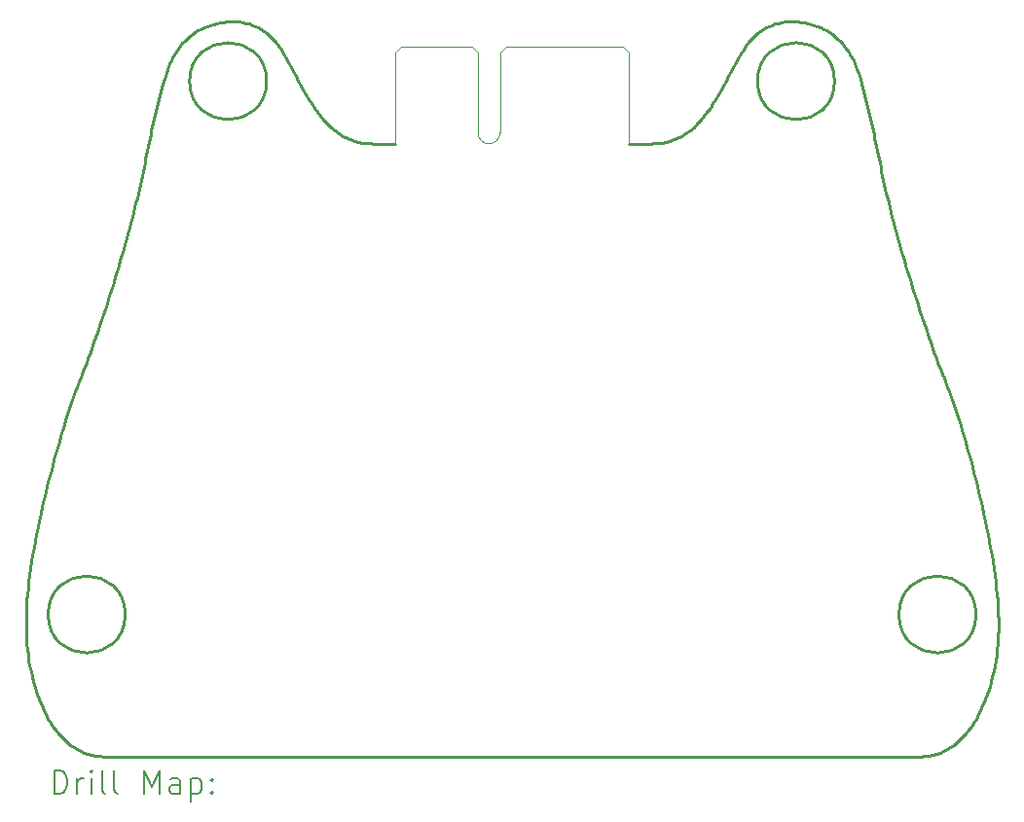
<source format=gbr>
%TF.GenerationSoftware,KiCad,Pcbnew,8.0.7*%
%TF.CreationDate,2024-12-09T10:58:11-05:00*%
%TF.ProjectId,template,74656d70-6c61-4746-952e-6b696361645f,rev?*%
%TF.SameCoordinates,Original*%
%TF.FileFunction,Drillmap*%
%TF.FilePolarity,Positive*%
%FSLAX45Y45*%
G04 Gerber Fmt 4.5, Leading zero omitted, Abs format (unit mm)*
G04 Created by KiCad (PCBNEW 8.0.7) date 2024-12-09 10:58:11*
%MOMM*%
%LPD*%
G01*
G04 APERTURE LIST*
%ADD10C,0.250000*%
%ADD11C,0.100000*%
%ADD12C,0.200000*%
G04 APERTURE END LIST*
D10*
X11276330Y-11006860D02*
G75*
G02*
X10606331Y-11006860I-335000J0D01*
G01*
X10606331Y-11006860D02*
G75*
G02*
X11276330Y-11006860I335000J0D01*
G01*
X11613935Y-6348037D02*
X11603829Y-6382632D01*
X11594086Y-6417065D01*
X11584681Y-6451363D01*
X11575590Y-6485552D01*
X11566787Y-6519659D01*
X11558248Y-6553710D01*
X11549947Y-6587732D01*
X11541860Y-6621750D01*
X11533963Y-6655792D01*
X11526229Y-6689883D01*
X11518635Y-6724051D01*
X11511155Y-6758321D01*
X11503764Y-6792720D01*
X11496438Y-6827274D01*
X11489152Y-6862010D01*
X11481880Y-6896955D01*
X11474599Y-6932134D01*
X11467282Y-6967574D01*
X11459906Y-7003301D01*
X11452445Y-7039342D01*
X11444874Y-7075723D01*
X11437169Y-7112471D01*
X11429304Y-7149612D01*
X11421255Y-7187173D01*
X11412997Y-7225179D01*
X11404506Y-7263657D01*
X11395755Y-7302635D01*
X11386720Y-7342137D01*
X11377377Y-7382191D01*
X11367700Y-7422822D01*
X11357665Y-7464058D01*
X11347247Y-7505925D01*
X17446331Y-6364859D02*
G75*
G02*
X16776330Y-6364859I-335000J0D01*
G01*
X16776330Y-6364859D02*
G75*
G02*
X17446331Y-6364859I335000J0D01*
G01*
X18384826Y-8919416D02*
X18395836Y-8947517D01*
X18406699Y-8975042D01*
X18417515Y-9002463D01*
X18428383Y-9030251D01*
X18439404Y-9058877D01*
X18450678Y-9088811D01*
X18459360Y-9112403D01*
X18468284Y-9137195D01*
X18474388Y-9154488D01*
X17581812Y-6128848D02*
X17595925Y-6154379D01*
X17608842Y-6180707D01*
X17620697Y-6207701D01*
X17631623Y-6235228D01*
X17641755Y-6263157D01*
X17651227Y-6291356D01*
X17660173Y-6319693D01*
X17668726Y-6348037D01*
X10420022Y-10883363D02*
X10418162Y-10908793D01*
X10416543Y-10933904D01*
X10414566Y-10971004D01*
X10413133Y-11007475D01*
X10412242Y-11043373D01*
X10411893Y-11078753D01*
X10412087Y-11113670D01*
X10412823Y-11148180D01*
X10414101Y-11182337D01*
X10415921Y-11216197D01*
X10418283Y-11249816D01*
X10419191Y-11260978D01*
X18862639Y-10883363D02*
X18864499Y-10908793D01*
X18866118Y-10933904D01*
X18868095Y-10971004D01*
X18869528Y-11007475D01*
X18870419Y-11043373D01*
X18870768Y-11078753D01*
X18870574Y-11113670D01*
X18869838Y-11148180D01*
X18868560Y-11182337D01*
X18866740Y-11216197D01*
X18864378Y-11249816D01*
X18863470Y-11260978D01*
X10419191Y-11260978D02*
X10423874Y-11309628D01*
X10429703Y-11357847D01*
X10436667Y-11405563D01*
X10444757Y-11452701D01*
X10453964Y-11499190D01*
X10464277Y-11544956D01*
X10475687Y-11589926D01*
X10488184Y-11634026D01*
X10501759Y-11677185D01*
X10516402Y-11719329D01*
X10532103Y-11760384D01*
X10548853Y-11800279D01*
X10566643Y-11838939D01*
X10585461Y-11876292D01*
X10605300Y-11912264D01*
X10626148Y-11946784D01*
X10647997Y-11979777D01*
X10670837Y-12011171D01*
X10694659Y-12040892D01*
X10719452Y-12068869D01*
X10745207Y-12095026D01*
X10771914Y-12119293D01*
X10799563Y-12141594D01*
X10828146Y-12161859D01*
X10857653Y-12180012D01*
X10888073Y-12195983D01*
X10919397Y-12209696D01*
X10951615Y-12221080D01*
X10984718Y-12230062D01*
X11018697Y-12236567D01*
X11053541Y-12240524D01*
X11089241Y-12241859D01*
X18474388Y-9154488D02*
X18486626Y-9189979D01*
X18499340Y-9227912D01*
X18512479Y-9268161D01*
X18525997Y-9310604D01*
X18539844Y-9355114D01*
X18553974Y-9401568D01*
X18568337Y-9449841D01*
X18582886Y-9499807D01*
X18597572Y-9551344D01*
X18612348Y-9604325D01*
X18627165Y-9658627D01*
X18641975Y-9714125D01*
X18656730Y-9770695D01*
X18671382Y-9828211D01*
X18685883Y-9886549D01*
X18700185Y-9945584D01*
X18714239Y-10005193D01*
X18727998Y-10065250D01*
X18741413Y-10125631D01*
X18754436Y-10186211D01*
X18767020Y-10246866D01*
X18779115Y-10307470D01*
X18790674Y-10367901D01*
X18801649Y-10428032D01*
X18811991Y-10487739D01*
X18821653Y-10546898D01*
X18830586Y-10605385D01*
X18838743Y-10663074D01*
X18846075Y-10719840D01*
X18852533Y-10775561D01*
X18858071Y-10830110D01*
X18862639Y-10883363D01*
X18676331Y-11006860D02*
G75*
G02*
X18006331Y-11006860I-335000J0D01*
G01*
X18006331Y-11006860D02*
G75*
G02*
X18676331Y-11006860I335000J0D01*
G01*
X16778411Y-5946064D02*
X16801602Y-5928287D01*
X16825641Y-5912283D01*
X16850454Y-5898025D01*
X16875970Y-5885489D01*
X16902116Y-5874649D01*
X16928820Y-5865478D01*
X16956009Y-5857952D01*
X16983611Y-5852043D01*
X17011554Y-5847728D01*
X17039765Y-5844979D01*
X17068172Y-5843771D01*
X17096703Y-5844079D01*
X17125285Y-5845877D01*
X17153845Y-5849138D01*
X17182312Y-5853838D01*
X17210614Y-5859950D01*
X17238676Y-5867449D01*
X17266429Y-5876309D01*
X17293798Y-5886504D01*
X17320711Y-5898009D01*
X17347097Y-5910798D01*
X17372883Y-5924845D01*
X17397997Y-5940124D01*
X17422365Y-5956610D01*
X17445916Y-5974277D01*
X17468578Y-5993099D01*
X17490277Y-6013050D01*
X17510942Y-6034105D01*
X17530501Y-6056238D01*
X17548880Y-6079424D01*
X17566008Y-6103635D01*
X17581812Y-6128848D01*
X11347247Y-7505925D02*
X11335951Y-7550287D01*
X11324235Y-7595299D01*
X11312123Y-7640893D01*
X11299640Y-7687005D01*
X11286810Y-7733567D01*
X11273657Y-7780513D01*
X11260205Y-7827778D01*
X11246479Y-7875295D01*
X11232503Y-7922998D01*
X11218301Y-7970821D01*
X11203897Y-8018698D01*
X11189316Y-8066563D01*
X11174582Y-8114349D01*
X11159720Y-8161991D01*
X11144752Y-8209422D01*
X11129705Y-8256576D01*
X11114602Y-8303386D01*
X11099466Y-8349788D01*
X11084324Y-8395715D01*
X11069198Y-8441100D01*
X11054113Y-8485878D01*
X11039094Y-8529981D01*
X11024164Y-8573345D01*
X11009349Y-8615904D01*
X10994671Y-8657589D01*
X10980156Y-8698337D01*
X10965828Y-8738080D01*
X10951710Y-8776753D01*
X10937828Y-8814289D01*
X10924205Y-8850623D01*
X10910866Y-8885687D01*
X10897835Y-8919416D01*
X13447313Y-6908859D02*
X13394166Y-6906797D01*
X13343944Y-6900754D01*
X13296508Y-6890949D01*
X13251718Y-6877597D01*
X13209433Y-6860917D01*
X13169515Y-6841126D01*
X13131823Y-6818440D01*
X13096218Y-6793078D01*
X13062559Y-6765256D01*
X13030708Y-6735191D01*
X13000524Y-6703101D01*
X12971868Y-6669204D01*
X12944599Y-6633715D01*
X12918578Y-6596852D01*
X12893666Y-6558834D01*
X12869721Y-6519876D01*
X12846606Y-6480196D01*
X12824179Y-6440011D01*
X12802301Y-6399539D01*
X12780832Y-6358996D01*
X12759633Y-6318600D01*
X12738564Y-6278569D01*
X12717484Y-6239118D01*
X12696255Y-6200467D01*
X12674736Y-6162830D01*
X12652787Y-6126427D01*
X12630270Y-6091474D01*
X12607043Y-6058189D01*
X12582967Y-6026788D01*
X12557903Y-5997488D01*
X12531711Y-5970508D01*
X12504250Y-5946064D01*
X18863470Y-11260978D02*
X18858787Y-11309628D01*
X18852958Y-11357847D01*
X18845994Y-11405563D01*
X18837904Y-11452701D01*
X18828697Y-11499190D01*
X18818384Y-11544956D01*
X18806974Y-11589926D01*
X18794477Y-11634026D01*
X18780902Y-11677185D01*
X18766259Y-11719329D01*
X18750558Y-11760384D01*
X18733808Y-11800279D01*
X18716019Y-11838939D01*
X18697200Y-11876292D01*
X18677361Y-11912264D01*
X18656513Y-11946784D01*
X18634664Y-11979777D01*
X18611824Y-12011171D01*
X18588002Y-12040892D01*
X18563209Y-12068869D01*
X18537455Y-12095026D01*
X18510747Y-12119293D01*
X18483098Y-12141594D01*
X18454515Y-12161859D01*
X18425009Y-12180012D01*
X18394589Y-12195983D01*
X18363265Y-12209696D01*
X18331046Y-12221080D01*
X18297943Y-12230062D01*
X18263964Y-12236567D01*
X18229120Y-12240524D01*
X18193421Y-12241859D01*
X15655810Y-6908891D02*
X15835348Y-6908859D01*
X15835348Y-6908859D02*
X15888495Y-6906797D01*
X15938717Y-6900754D01*
X15986153Y-6890949D01*
X16030943Y-6877597D01*
X16073228Y-6860917D01*
X16113146Y-6841126D01*
X16150838Y-6818440D01*
X16186443Y-6793078D01*
X16220101Y-6765256D01*
X16251953Y-6735191D01*
X16282137Y-6703101D01*
X16310793Y-6669204D01*
X16338062Y-6633715D01*
X16364083Y-6596852D01*
X16388995Y-6558834D01*
X16412940Y-6519876D01*
X16436055Y-6480196D01*
X16458482Y-6440011D01*
X16480360Y-6399539D01*
X16501828Y-6358996D01*
X16523028Y-6318600D01*
X16544097Y-6278569D01*
X16565177Y-6239118D01*
X16586406Y-6200467D01*
X16607925Y-6162830D01*
X16629874Y-6126427D01*
X16652391Y-6091474D01*
X16675618Y-6058189D01*
X16699694Y-6026788D01*
X16724758Y-5997488D01*
X16750950Y-5970508D01*
X16778411Y-5946064D01*
X13625810Y-6908891D02*
X13447313Y-6908859D01*
X11089241Y-12241859D02*
X18193421Y-12241859D01*
X17935414Y-7505925D02*
X17946710Y-7550287D01*
X17958426Y-7595299D01*
X17970538Y-7640893D01*
X17983021Y-7687005D01*
X17995851Y-7733567D01*
X18009004Y-7780513D01*
X18022456Y-7827778D01*
X18036182Y-7875295D01*
X18050158Y-7922998D01*
X18064360Y-7970821D01*
X18078764Y-8018698D01*
X18093345Y-8066563D01*
X18108079Y-8114349D01*
X18122941Y-8161991D01*
X18137909Y-8209422D01*
X18152956Y-8256576D01*
X18168059Y-8303386D01*
X18183195Y-8349788D01*
X18198337Y-8395715D01*
X18213463Y-8441100D01*
X18228548Y-8485878D01*
X18243567Y-8529981D01*
X18258497Y-8573345D01*
X18273312Y-8615904D01*
X18287990Y-8657589D01*
X18302505Y-8698337D01*
X18316833Y-8738080D01*
X18330951Y-8776753D01*
X18344833Y-8814289D01*
X18358456Y-8850623D01*
X18371795Y-8885687D01*
X18384826Y-8919416D01*
X10897835Y-8919416D02*
X10886825Y-8947517D01*
X10875962Y-8975042D01*
X10865146Y-9002463D01*
X10854278Y-9030251D01*
X10843257Y-9058877D01*
X10831983Y-9088811D01*
X10823301Y-9112403D01*
X10814377Y-9137195D01*
X10808274Y-9154488D01*
X17668726Y-6348037D02*
X17678832Y-6382632D01*
X17688575Y-6417065D01*
X17697980Y-6451363D01*
X17707071Y-6485552D01*
X17715874Y-6519659D01*
X17724413Y-6553710D01*
X17732714Y-6587732D01*
X17740801Y-6621750D01*
X17748698Y-6655792D01*
X17756432Y-6689883D01*
X17764026Y-6724051D01*
X17771506Y-6758321D01*
X17778897Y-6792720D01*
X17786223Y-6827274D01*
X17793509Y-6862010D01*
X17800781Y-6896955D01*
X17808062Y-6932134D01*
X17815379Y-6967574D01*
X17822755Y-7003301D01*
X17830216Y-7039342D01*
X17837787Y-7075723D01*
X17845492Y-7112471D01*
X17853357Y-7149612D01*
X17861406Y-7187173D01*
X17869663Y-7225179D01*
X17878155Y-7263657D01*
X17886906Y-7302635D01*
X17895941Y-7342137D01*
X17905284Y-7382191D01*
X17914961Y-7422822D01*
X17924996Y-7464058D01*
X17935414Y-7505925D01*
X10808274Y-9154488D02*
X10796035Y-9189979D01*
X10783322Y-9227912D01*
X10770182Y-9268161D01*
X10756665Y-9310604D01*
X10742817Y-9355114D01*
X10728687Y-9401568D01*
X10714324Y-9449841D01*
X10699775Y-9499807D01*
X10685089Y-9551344D01*
X10670313Y-9604325D01*
X10655496Y-9658627D01*
X10640686Y-9714125D01*
X10625931Y-9770695D01*
X10611279Y-9828211D01*
X10596778Y-9886549D01*
X10582476Y-9945584D01*
X10568422Y-10005193D01*
X10554663Y-10065250D01*
X10541248Y-10125631D01*
X10528225Y-10186211D01*
X10515641Y-10246866D01*
X10503546Y-10307470D01*
X10491987Y-10367901D01*
X10481012Y-10428032D01*
X10470670Y-10487739D01*
X10461008Y-10546898D01*
X10452075Y-10605385D01*
X10443918Y-10663074D01*
X10436586Y-10719840D01*
X10430128Y-10775561D01*
X10424590Y-10830110D01*
X10420022Y-10883363D01*
X12504250Y-5946064D02*
X12481059Y-5928287D01*
X12457020Y-5912283D01*
X12432207Y-5898025D01*
X12406691Y-5885489D01*
X12380545Y-5874649D01*
X12353841Y-5865478D01*
X12326652Y-5857952D01*
X12299050Y-5852043D01*
X12271107Y-5847728D01*
X12242896Y-5844979D01*
X12214489Y-5843771D01*
X12185958Y-5844079D01*
X12157376Y-5845877D01*
X12128816Y-5849138D01*
X12100349Y-5853838D01*
X12072047Y-5859950D01*
X12043985Y-5867449D01*
X12016232Y-5876309D01*
X11988863Y-5886504D01*
X11961949Y-5898009D01*
X11935564Y-5910798D01*
X11909778Y-5924845D01*
X11884664Y-5940124D01*
X11860296Y-5956610D01*
X11836745Y-5974277D01*
X11814083Y-5993099D01*
X11792384Y-6013050D01*
X11771719Y-6034105D01*
X11752160Y-6056238D01*
X11733781Y-6079424D01*
X11716653Y-6103635D01*
X11700849Y-6128848D01*
X11700849Y-6128848D02*
X11686736Y-6154379D01*
X11673819Y-6180707D01*
X11661964Y-6207701D01*
X11651038Y-6235228D01*
X11640906Y-6263157D01*
X11631434Y-6291356D01*
X11622488Y-6319693D01*
X11613935Y-6348037D01*
X12506330Y-6364859D02*
G75*
G02*
X11836330Y-6364859I-335000J0D01*
G01*
X11836330Y-6364859D02*
G75*
G02*
X12506330Y-6364859I335000J0D01*
G01*
D11*
X13625810Y-6118891D02*
X13675810Y-6068891D01*
X13625810Y-6908891D02*
X13625810Y-6118891D01*
X14295810Y-6068891D02*
X13675810Y-6068891D01*
X14345810Y-6118891D02*
X14295810Y-6068891D01*
X14345810Y-6813891D02*
X14345810Y-6118891D01*
X14535810Y-6118891D02*
X14585810Y-6068891D01*
X14535810Y-6813891D02*
X14535810Y-6118891D01*
X15605810Y-6068891D02*
X14585810Y-6068891D01*
X15655810Y-6118891D02*
X15605810Y-6068891D01*
X15655810Y-6908891D02*
X15655810Y-6118891D01*
X14535810Y-6813891D02*
G75*
G02*
X14345810Y-6813891I-95000J0D01*
G01*
D12*
X10657463Y-12565843D02*
X10657463Y-12365843D01*
X10657463Y-12365843D02*
X10705082Y-12365843D01*
X10705082Y-12365843D02*
X10733654Y-12375367D01*
X10733654Y-12375367D02*
X10752701Y-12394415D01*
X10752701Y-12394415D02*
X10762225Y-12413462D01*
X10762225Y-12413462D02*
X10771749Y-12451557D01*
X10771749Y-12451557D02*
X10771749Y-12480129D01*
X10771749Y-12480129D02*
X10762225Y-12518224D01*
X10762225Y-12518224D02*
X10752701Y-12537272D01*
X10752701Y-12537272D02*
X10733654Y-12556319D01*
X10733654Y-12556319D02*
X10705082Y-12565843D01*
X10705082Y-12565843D02*
X10657463Y-12565843D01*
X10857463Y-12565843D02*
X10857463Y-12432510D01*
X10857463Y-12470605D02*
X10866987Y-12451557D01*
X10866987Y-12451557D02*
X10876511Y-12442034D01*
X10876511Y-12442034D02*
X10895558Y-12432510D01*
X10895558Y-12432510D02*
X10914606Y-12432510D01*
X10981273Y-12565843D02*
X10981273Y-12432510D01*
X10981273Y-12365843D02*
X10971749Y-12375367D01*
X10971749Y-12375367D02*
X10981273Y-12384891D01*
X10981273Y-12384891D02*
X10990796Y-12375367D01*
X10990796Y-12375367D02*
X10981273Y-12365843D01*
X10981273Y-12365843D02*
X10981273Y-12384891D01*
X11105082Y-12565843D02*
X11086034Y-12556319D01*
X11086034Y-12556319D02*
X11076511Y-12537272D01*
X11076511Y-12537272D02*
X11076511Y-12365843D01*
X11209844Y-12565843D02*
X11190796Y-12556319D01*
X11190796Y-12556319D02*
X11181273Y-12537272D01*
X11181273Y-12537272D02*
X11181273Y-12365843D01*
X11438415Y-12565843D02*
X11438415Y-12365843D01*
X11438415Y-12365843D02*
X11505082Y-12508700D01*
X11505082Y-12508700D02*
X11571749Y-12365843D01*
X11571749Y-12365843D02*
X11571749Y-12565843D01*
X11752701Y-12565843D02*
X11752701Y-12461081D01*
X11752701Y-12461081D02*
X11743177Y-12442034D01*
X11743177Y-12442034D02*
X11724130Y-12432510D01*
X11724130Y-12432510D02*
X11686034Y-12432510D01*
X11686034Y-12432510D02*
X11666987Y-12442034D01*
X11752701Y-12556319D02*
X11733653Y-12565843D01*
X11733653Y-12565843D02*
X11686034Y-12565843D01*
X11686034Y-12565843D02*
X11666987Y-12556319D01*
X11666987Y-12556319D02*
X11657463Y-12537272D01*
X11657463Y-12537272D02*
X11657463Y-12518224D01*
X11657463Y-12518224D02*
X11666987Y-12499177D01*
X11666987Y-12499177D02*
X11686034Y-12489653D01*
X11686034Y-12489653D02*
X11733653Y-12489653D01*
X11733653Y-12489653D02*
X11752701Y-12480129D01*
X11847939Y-12432510D02*
X11847939Y-12632510D01*
X11847939Y-12442034D02*
X11866987Y-12432510D01*
X11866987Y-12432510D02*
X11905082Y-12432510D01*
X11905082Y-12432510D02*
X11924130Y-12442034D01*
X11924130Y-12442034D02*
X11933653Y-12451557D01*
X11933653Y-12451557D02*
X11943177Y-12470605D01*
X11943177Y-12470605D02*
X11943177Y-12527748D01*
X11943177Y-12527748D02*
X11933653Y-12546796D01*
X11933653Y-12546796D02*
X11924130Y-12556319D01*
X11924130Y-12556319D02*
X11905082Y-12565843D01*
X11905082Y-12565843D02*
X11866987Y-12565843D01*
X11866987Y-12565843D02*
X11847939Y-12556319D01*
X12028892Y-12546796D02*
X12038415Y-12556319D01*
X12038415Y-12556319D02*
X12028892Y-12565843D01*
X12028892Y-12565843D02*
X12019368Y-12556319D01*
X12019368Y-12556319D02*
X12028892Y-12546796D01*
X12028892Y-12546796D02*
X12028892Y-12565843D01*
X12028892Y-12442034D02*
X12038415Y-12451557D01*
X12038415Y-12451557D02*
X12028892Y-12461081D01*
X12028892Y-12461081D02*
X12019368Y-12451557D01*
X12019368Y-12451557D02*
X12028892Y-12442034D01*
X12028892Y-12442034D02*
X12028892Y-12461081D01*
M02*

</source>
